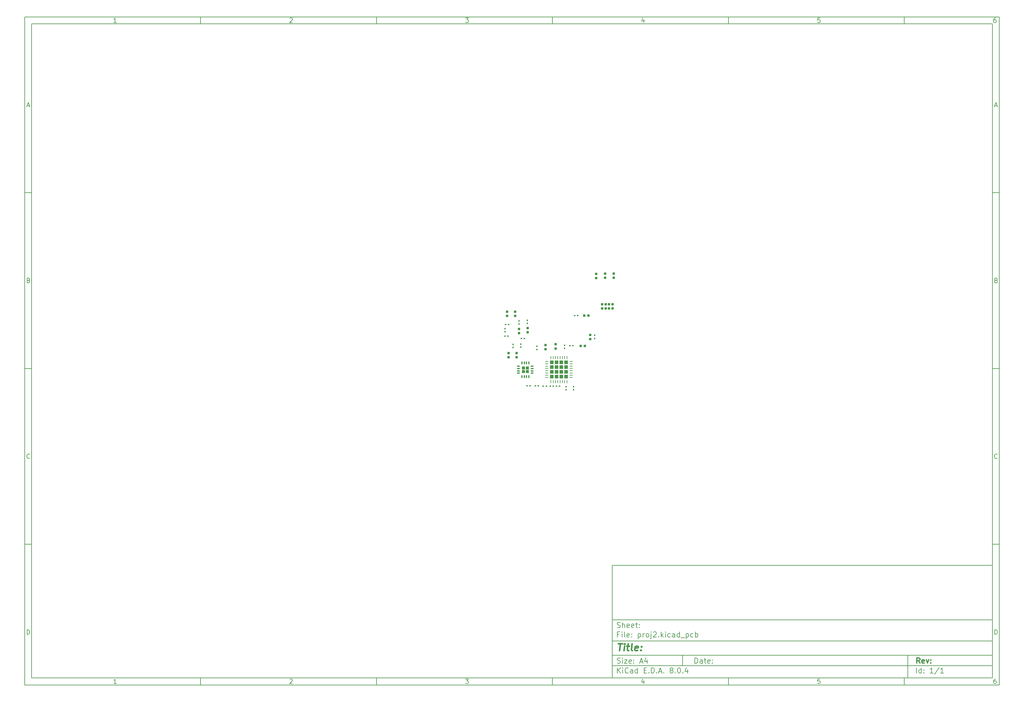
<source format=gbr>
%TF.GenerationSoftware,KiCad,Pcbnew,8.0.4*%
%TF.CreationDate,2024-08-22T11:34:41-04:00*%
%TF.ProjectId,proj2,70726f6a-322e-46b6-9963-61645f706362,rev?*%
%TF.SameCoordinates,Original*%
%TF.FileFunction,Paste,Top*%
%TF.FilePolarity,Positive*%
%FSLAX46Y46*%
G04 Gerber Fmt 4.6, Leading zero omitted, Abs format (unit mm)*
G04 Created by KiCad (PCBNEW 8.0.4) date 2024-08-22 11:34:41*
%MOMM*%
%LPD*%
G01*
G04 APERTURE LIST*
G04 Aperture macros list*
%AMRoundRect*
0 Rectangle with rounded corners*
0 $1 Rounding radius*
0 $2 $3 $4 $5 $6 $7 $8 $9 X,Y pos of 4 corners*
0 Add a 4 corners polygon primitive as box body*
4,1,4,$2,$3,$4,$5,$6,$7,$8,$9,$2,$3,0*
0 Add four circle primitives for the rounded corners*
1,1,$1+$1,$2,$3*
1,1,$1+$1,$4,$5*
1,1,$1+$1,$6,$7*
1,1,$1+$1,$8,$9*
0 Add four rect primitives between the rounded corners*
20,1,$1+$1,$2,$3,$4,$5,0*
20,1,$1+$1,$4,$5,$6,$7,0*
20,1,$1+$1,$6,$7,$8,$9,0*
20,1,$1+$1,$8,$9,$2,$3,0*%
G04 Aperture macros list end*
%ADD10C,0.100000*%
%ADD11C,0.150000*%
%ADD12C,0.300000*%
%ADD13C,0.400000*%
%ADD14RoundRect,0.160000X-0.160000X0.197500X-0.160000X-0.197500X0.160000X-0.197500X0.160000X0.197500X0*%
%ADD15RoundRect,0.160000X-0.197500X-0.160000X0.197500X-0.160000X0.197500X0.160000X-0.197500X0.160000X0*%
%ADD16RoundRect,0.090000X-0.090000X0.139000X-0.090000X-0.139000X0.090000X-0.139000X0.090000X0.139000X0*%
%ADD17RoundRect,0.160000X0.160000X-0.197500X0.160000X0.197500X-0.160000X0.197500X-0.160000X-0.197500X0*%
%ADD18RoundRect,0.090000X-0.139000X-0.090000X0.139000X-0.090000X0.139000X0.090000X-0.139000X0.090000X0*%
%ADD19RoundRect,0.090000X0.139000X0.090000X-0.139000X0.090000X-0.139000X-0.090000X0.139000X-0.090000X0*%
%ADD20RoundRect,0.090000X0.090000X-0.139000X0.090000X0.139000X-0.090000X0.139000X-0.090000X-0.139000X0*%
%ADD21RoundRect,0.250000X-0.295000X-0.295000X0.295000X-0.295000X0.295000X0.295000X-0.295000X0.295000X0*%
%ADD22RoundRect,0.062500X-0.362500X-0.062500X0.362500X-0.062500X0.362500X0.062500X-0.362500X0.062500X0*%
%ADD23RoundRect,0.062500X-0.062500X-0.362500X0.062500X-0.362500X0.062500X0.362500X-0.062500X0.362500X0*%
%ADD24RoundRect,0.227500X0.227500X0.227500X-0.227500X0.227500X-0.227500X-0.227500X0.227500X-0.227500X0*%
%ADD25RoundRect,0.075000X0.350000X0.075000X-0.350000X0.075000X-0.350000X-0.075000X0.350000X-0.075000X0*%
%ADD26RoundRect,0.075000X0.075000X0.350000X-0.075000X0.350000X-0.075000X-0.350000X0.075000X-0.350000X0*%
G04 APERTURE END LIST*
D10*
D11*
X177002200Y-166007200D02*
X285002200Y-166007200D01*
X285002200Y-198007200D01*
X177002200Y-198007200D01*
X177002200Y-166007200D01*
D10*
D11*
X10000000Y-10000000D02*
X287002200Y-10000000D01*
X287002200Y-200007200D01*
X10000000Y-200007200D01*
X10000000Y-10000000D01*
D10*
D11*
X12000000Y-12000000D02*
X285002200Y-12000000D01*
X285002200Y-198007200D01*
X12000000Y-198007200D01*
X12000000Y-12000000D01*
D10*
D11*
X60000000Y-12000000D02*
X60000000Y-10000000D01*
D10*
D11*
X110000000Y-12000000D02*
X110000000Y-10000000D01*
D10*
D11*
X160000000Y-12000000D02*
X160000000Y-10000000D01*
D10*
D11*
X210000000Y-12000000D02*
X210000000Y-10000000D01*
D10*
D11*
X260000000Y-12000000D02*
X260000000Y-10000000D01*
D10*
D11*
X36089160Y-11593604D02*
X35346303Y-11593604D01*
X35717731Y-11593604D02*
X35717731Y-10293604D01*
X35717731Y-10293604D02*
X35593922Y-10479319D01*
X35593922Y-10479319D02*
X35470112Y-10603128D01*
X35470112Y-10603128D02*
X35346303Y-10665033D01*
D10*
D11*
X85346303Y-10417414D02*
X85408207Y-10355509D01*
X85408207Y-10355509D02*
X85532017Y-10293604D01*
X85532017Y-10293604D02*
X85841541Y-10293604D01*
X85841541Y-10293604D02*
X85965350Y-10355509D01*
X85965350Y-10355509D02*
X86027255Y-10417414D01*
X86027255Y-10417414D02*
X86089160Y-10541223D01*
X86089160Y-10541223D02*
X86089160Y-10665033D01*
X86089160Y-10665033D02*
X86027255Y-10850747D01*
X86027255Y-10850747D02*
X85284398Y-11593604D01*
X85284398Y-11593604D02*
X86089160Y-11593604D01*
D10*
D11*
X135284398Y-10293604D02*
X136089160Y-10293604D01*
X136089160Y-10293604D02*
X135655826Y-10788842D01*
X135655826Y-10788842D02*
X135841541Y-10788842D01*
X135841541Y-10788842D02*
X135965350Y-10850747D01*
X135965350Y-10850747D02*
X136027255Y-10912652D01*
X136027255Y-10912652D02*
X136089160Y-11036461D01*
X136089160Y-11036461D02*
X136089160Y-11345985D01*
X136089160Y-11345985D02*
X136027255Y-11469795D01*
X136027255Y-11469795D02*
X135965350Y-11531700D01*
X135965350Y-11531700D02*
X135841541Y-11593604D01*
X135841541Y-11593604D02*
X135470112Y-11593604D01*
X135470112Y-11593604D02*
X135346303Y-11531700D01*
X135346303Y-11531700D02*
X135284398Y-11469795D01*
D10*
D11*
X185965350Y-10726938D02*
X185965350Y-11593604D01*
X185655826Y-10231700D02*
X185346303Y-11160271D01*
X185346303Y-11160271D02*
X186151064Y-11160271D01*
D10*
D11*
X236027255Y-10293604D02*
X235408207Y-10293604D01*
X235408207Y-10293604D02*
X235346303Y-10912652D01*
X235346303Y-10912652D02*
X235408207Y-10850747D01*
X235408207Y-10850747D02*
X235532017Y-10788842D01*
X235532017Y-10788842D02*
X235841541Y-10788842D01*
X235841541Y-10788842D02*
X235965350Y-10850747D01*
X235965350Y-10850747D02*
X236027255Y-10912652D01*
X236027255Y-10912652D02*
X236089160Y-11036461D01*
X236089160Y-11036461D02*
X236089160Y-11345985D01*
X236089160Y-11345985D02*
X236027255Y-11469795D01*
X236027255Y-11469795D02*
X235965350Y-11531700D01*
X235965350Y-11531700D02*
X235841541Y-11593604D01*
X235841541Y-11593604D02*
X235532017Y-11593604D01*
X235532017Y-11593604D02*
X235408207Y-11531700D01*
X235408207Y-11531700D02*
X235346303Y-11469795D01*
D10*
D11*
X285965350Y-10293604D02*
X285717731Y-10293604D01*
X285717731Y-10293604D02*
X285593922Y-10355509D01*
X285593922Y-10355509D02*
X285532017Y-10417414D01*
X285532017Y-10417414D02*
X285408207Y-10603128D01*
X285408207Y-10603128D02*
X285346303Y-10850747D01*
X285346303Y-10850747D02*
X285346303Y-11345985D01*
X285346303Y-11345985D02*
X285408207Y-11469795D01*
X285408207Y-11469795D02*
X285470112Y-11531700D01*
X285470112Y-11531700D02*
X285593922Y-11593604D01*
X285593922Y-11593604D02*
X285841541Y-11593604D01*
X285841541Y-11593604D02*
X285965350Y-11531700D01*
X285965350Y-11531700D02*
X286027255Y-11469795D01*
X286027255Y-11469795D02*
X286089160Y-11345985D01*
X286089160Y-11345985D02*
X286089160Y-11036461D01*
X286089160Y-11036461D02*
X286027255Y-10912652D01*
X286027255Y-10912652D02*
X285965350Y-10850747D01*
X285965350Y-10850747D02*
X285841541Y-10788842D01*
X285841541Y-10788842D02*
X285593922Y-10788842D01*
X285593922Y-10788842D02*
X285470112Y-10850747D01*
X285470112Y-10850747D02*
X285408207Y-10912652D01*
X285408207Y-10912652D02*
X285346303Y-11036461D01*
D10*
D11*
X60000000Y-198007200D02*
X60000000Y-200007200D01*
D10*
D11*
X110000000Y-198007200D02*
X110000000Y-200007200D01*
D10*
D11*
X160000000Y-198007200D02*
X160000000Y-200007200D01*
D10*
D11*
X210000000Y-198007200D02*
X210000000Y-200007200D01*
D10*
D11*
X260000000Y-198007200D02*
X260000000Y-200007200D01*
D10*
D11*
X36089160Y-199600804D02*
X35346303Y-199600804D01*
X35717731Y-199600804D02*
X35717731Y-198300804D01*
X35717731Y-198300804D02*
X35593922Y-198486519D01*
X35593922Y-198486519D02*
X35470112Y-198610328D01*
X35470112Y-198610328D02*
X35346303Y-198672233D01*
D10*
D11*
X85346303Y-198424614D02*
X85408207Y-198362709D01*
X85408207Y-198362709D02*
X85532017Y-198300804D01*
X85532017Y-198300804D02*
X85841541Y-198300804D01*
X85841541Y-198300804D02*
X85965350Y-198362709D01*
X85965350Y-198362709D02*
X86027255Y-198424614D01*
X86027255Y-198424614D02*
X86089160Y-198548423D01*
X86089160Y-198548423D02*
X86089160Y-198672233D01*
X86089160Y-198672233D02*
X86027255Y-198857947D01*
X86027255Y-198857947D02*
X85284398Y-199600804D01*
X85284398Y-199600804D02*
X86089160Y-199600804D01*
D10*
D11*
X135284398Y-198300804D02*
X136089160Y-198300804D01*
X136089160Y-198300804D02*
X135655826Y-198796042D01*
X135655826Y-198796042D02*
X135841541Y-198796042D01*
X135841541Y-198796042D02*
X135965350Y-198857947D01*
X135965350Y-198857947D02*
X136027255Y-198919852D01*
X136027255Y-198919852D02*
X136089160Y-199043661D01*
X136089160Y-199043661D02*
X136089160Y-199353185D01*
X136089160Y-199353185D02*
X136027255Y-199476995D01*
X136027255Y-199476995D02*
X135965350Y-199538900D01*
X135965350Y-199538900D02*
X135841541Y-199600804D01*
X135841541Y-199600804D02*
X135470112Y-199600804D01*
X135470112Y-199600804D02*
X135346303Y-199538900D01*
X135346303Y-199538900D02*
X135284398Y-199476995D01*
D10*
D11*
X185965350Y-198734138D02*
X185965350Y-199600804D01*
X185655826Y-198238900D02*
X185346303Y-199167471D01*
X185346303Y-199167471D02*
X186151064Y-199167471D01*
D10*
D11*
X236027255Y-198300804D02*
X235408207Y-198300804D01*
X235408207Y-198300804D02*
X235346303Y-198919852D01*
X235346303Y-198919852D02*
X235408207Y-198857947D01*
X235408207Y-198857947D02*
X235532017Y-198796042D01*
X235532017Y-198796042D02*
X235841541Y-198796042D01*
X235841541Y-198796042D02*
X235965350Y-198857947D01*
X235965350Y-198857947D02*
X236027255Y-198919852D01*
X236027255Y-198919852D02*
X236089160Y-199043661D01*
X236089160Y-199043661D02*
X236089160Y-199353185D01*
X236089160Y-199353185D02*
X236027255Y-199476995D01*
X236027255Y-199476995D02*
X235965350Y-199538900D01*
X235965350Y-199538900D02*
X235841541Y-199600804D01*
X235841541Y-199600804D02*
X235532017Y-199600804D01*
X235532017Y-199600804D02*
X235408207Y-199538900D01*
X235408207Y-199538900D02*
X235346303Y-199476995D01*
D10*
D11*
X285965350Y-198300804D02*
X285717731Y-198300804D01*
X285717731Y-198300804D02*
X285593922Y-198362709D01*
X285593922Y-198362709D02*
X285532017Y-198424614D01*
X285532017Y-198424614D02*
X285408207Y-198610328D01*
X285408207Y-198610328D02*
X285346303Y-198857947D01*
X285346303Y-198857947D02*
X285346303Y-199353185D01*
X285346303Y-199353185D02*
X285408207Y-199476995D01*
X285408207Y-199476995D02*
X285470112Y-199538900D01*
X285470112Y-199538900D02*
X285593922Y-199600804D01*
X285593922Y-199600804D02*
X285841541Y-199600804D01*
X285841541Y-199600804D02*
X285965350Y-199538900D01*
X285965350Y-199538900D02*
X286027255Y-199476995D01*
X286027255Y-199476995D02*
X286089160Y-199353185D01*
X286089160Y-199353185D02*
X286089160Y-199043661D01*
X286089160Y-199043661D02*
X286027255Y-198919852D01*
X286027255Y-198919852D02*
X285965350Y-198857947D01*
X285965350Y-198857947D02*
X285841541Y-198796042D01*
X285841541Y-198796042D02*
X285593922Y-198796042D01*
X285593922Y-198796042D02*
X285470112Y-198857947D01*
X285470112Y-198857947D02*
X285408207Y-198919852D01*
X285408207Y-198919852D02*
X285346303Y-199043661D01*
D10*
D11*
X10000000Y-60000000D02*
X12000000Y-60000000D01*
D10*
D11*
X10000000Y-110000000D02*
X12000000Y-110000000D01*
D10*
D11*
X10000000Y-160000000D02*
X12000000Y-160000000D01*
D10*
D11*
X10690476Y-35222176D02*
X11309523Y-35222176D01*
X10566666Y-35593604D02*
X10999999Y-34293604D01*
X10999999Y-34293604D02*
X11433333Y-35593604D01*
D10*
D11*
X11092857Y-84912652D02*
X11278571Y-84974557D01*
X11278571Y-84974557D02*
X11340476Y-85036461D01*
X11340476Y-85036461D02*
X11402380Y-85160271D01*
X11402380Y-85160271D02*
X11402380Y-85345985D01*
X11402380Y-85345985D02*
X11340476Y-85469795D01*
X11340476Y-85469795D02*
X11278571Y-85531700D01*
X11278571Y-85531700D02*
X11154761Y-85593604D01*
X11154761Y-85593604D02*
X10659523Y-85593604D01*
X10659523Y-85593604D02*
X10659523Y-84293604D01*
X10659523Y-84293604D02*
X11092857Y-84293604D01*
X11092857Y-84293604D02*
X11216666Y-84355509D01*
X11216666Y-84355509D02*
X11278571Y-84417414D01*
X11278571Y-84417414D02*
X11340476Y-84541223D01*
X11340476Y-84541223D02*
X11340476Y-84665033D01*
X11340476Y-84665033D02*
X11278571Y-84788842D01*
X11278571Y-84788842D02*
X11216666Y-84850747D01*
X11216666Y-84850747D02*
X11092857Y-84912652D01*
X11092857Y-84912652D02*
X10659523Y-84912652D01*
D10*
D11*
X11402380Y-135469795D02*
X11340476Y-135531700D01*
X11340476Y-135531700D02*
X11154761Y-135593604D01*
X11154761Y-135593604D02*
X11030952Y-135593604D01*
X11030952Y-135593604D02*
X10845238Y-135531700D01*
X10845238Y-135531700D02*
X10721428Y-135407890D01*
X10721428Y-135407890D02*
X10659523Y-135284080D01*
X10659523Y-135284080D02*
X10597619Y-135036461D01*
X10597619Y-135036461D02*
X10597619Y-134850747D01*
X10597619Y-134850747D02*
X10659523Y-134603128D01*
X10659523Y-134603128D02*
X10721428Y-134479319D01*
X10721428Y-134479319D02*
X10845238Y-134355509D01*
X10845238Y-134355509D02*
X11030952Y-134293604D01*
X11030952Y-134293604D02*
X11154761Y-134293604D01*
X11154761Y-134293604D02*
X11340476Y-134355509D01*
X11340476Y-134355509D02*
X11402380Y-134417414D01*
D10*
D11*
X10659523Y-185593604D02*
X10659523Y-184293604D01*
X10659523Y-184293604D02*
X10969047Y-184293604D01*
X10969047Y-184293604D02*
X11154761Y-184355509D01*
X11154761Y-184355509D02*
X11278571Y-184479319D01*
X11278571Y-184479319D02*
X11340476Y-184603128D01*
X11340476Y-184603128D02*
X11402380Y-184850747D01*
X11402380Y-184850747D02*
X11402380Y-185036461D01*
X11402380Y-185036461D02*
X11340476Y-185284080D01*
X11340476Y-185284080D02*
X11278571Y-185407890D01*
X11278571Y-185407890D02*
X11154761Y-185531700D01*
X11154761Y-185531700D02*
X10969047Y-185593604D01*
X10969047Y-185593604D02*
X10659523Y-185593604D01*
D10*
D11*
X287002200Y-60000000D02*
X285002200Y-60000000D01*
D10*
D11*
X287002200Y-110000000D02*
X285002200Y-110000000D01*
D10*
D11*
X287002200Y-160000000D02*
X285002200Y-160000000D01*
D10*
D11*
X285692676Y-35222176D02*
X286311723Y-35222176D01*
X285568866Y-35593604D02*
X286002199Y-34293604D01*
X286002199Y-34293604D02*
X286435533Y-35593604D01*
D10*
D11*
X286095057Y-84912652D02*
X286280771Y-84974557D01*
X286280771Y-84974557D02*
X286342676Y-85036461D01*
X286342676Y-85036461D02*
X286404580Y-85160271D01*
X286404580Y-85160271D02*
X286404580Y-85345985D01*
X286404580Y-85345985D02*
X286342676Y-85469795D01*
X286342676Y-85469795D02*
X286280771Y-85531700D01*
X286280771Y-85531700D02*
X286156961Y-85593604D01*
X286156961Y-85593604D02*
X285661723Y-85593604D01*
X285661723Y-85593604D02*
X285661723Y-84293604D01*
X285661723Y-84293604D02*
X286095057Y-84293604D01*
X286095057Y-84293604D02*
X286218866Y-84355509D01*
X286218866Y-84355509D02*
X286280771Y-84417414D01*
X286280771Y-84417414D02*
X286342676Y-84541223D01*
X286342676Y-84541223D02*
X286342676Y-84665033D01*
X286342676Y-84665033D02*
X286280771Y-84788842D01*
X286280771Y-84788842D02*
X286218866Y-84850747D01*
X286218866Y-84850747D02*
X286095057Y-84912652D01*
X286095057Y-84912652D02*
X285661723Y-84912652D01*
D10*
D11*
X286404580Y-135469795D02*
X286342676Y-135531700D01*
X286342676Y-135531700D02*
X286156961Y-135593604D01*
X286156961Y-135593604D02*
X286033152Y-135593604D01*
X286033152Y-135593604D02*
X285847438Y-135531700D01*
X285847438Y-135531700D02*
X285723628Y-135407890D01*
X285723628Y-135407890D02*
X285661723Y-135284080D01*
X285661723Y-135284080D02*
X285599819Y-135036461D01*
X285599819Y-135036461D02*
X285599819Y-134850747D01*
X285599819Y-134850747D02*
X285661723Y-134603128D01*
X285661723Y-134603128D02*
X285723628Y-134479319D01*
X285723628Y-134479319D02*
X285847438Y-134355509D01*
X285847438Y-134355509D02*
X286033152Y-134293604D01*
X286033152Y-134293604D02*
X286156961Y-134293604D01*
X286156961Y-134293604D02*
X286342676Y-134355509D01*
X286342676Y-134355509D02*
X286404580Y-134417414D01*
D10*
D11*
X285661723Y-185593604D02*
X285661723Y-184293604D01*
X285661723Y-184293604D02*
X285971247Y-184293604D01*
X285971247Y-184293604D02*
X286156961Y-184355509D01*
X286156961Y-184355509D02*
X286280771Y-184479319D01*
X286280771Y-184479319D02*
X286342676Y-184603128D01*
X286342676Y-184603128D02*
X286404580Y-184850747D01*
X286404580Y-184850747D02*
X286404580Y-185036461D01*
X286404580Y-185036461D02*
X286342676Y-185284080D01*
X286342676Y-185284080D02*
X286280771Y-185407890D01*
X286280771Y-185407890D02*
X286156961Y-185531700D01*
X286156961Y-185531700D02*
X285971247Y-185593604D01*
X285971247Y-185593604D02*
X285661723Y-185593604D01*
D10*
D11*
X200458026Y-193793328D02*
X200458026Y-192293328D01*
X200458026Y-192293328D02*
X200815169Y-192293328D01*
X200815169Y-192293328D02*
X201029455Y-192364757D01*
X201029455Y-192364757D02*
X201172312Y-192507614D01*
X201172312Y-192507614D02*
X201243741Y-192650471D01*
X201243741Y-192650471D02*
X201315169Y-192936185D01*
X201315169Y-192936185D02*
X201315169Y-193150471D01*
X201315169Y-193150471D02*
X201243741Y-193436185D01*
X201243741Y-193436185D02*
X201172312Y-193579042D01*
X201172312Y-193579042D02*
X201029455Y-193721900D01*
X201029455Y-193721900D02*
X200815169Y-193793328D01*
X200815169Y-193793328D02*
X200458026Y-193793328D01*
X202600884Y-193793328D02*
X202600884Y-193007614D01*
X202600884Y-193007614D02*
X202529455Y-192864757D01*
X202529455Y-192864757D02*
X202386598Y-192793328D01*
X202386598Y-192793328D02*
X202100884Y-192793328D01*
X202100884Y-192793328D02*
X201958026Y-192864757D01*
X202600884Y-193721900D02*
X202458026Y-193793328D01*
X202458026Y-193793328D02*
X202100884Y-193793328D01*
X202100884Y-193793328D02*
X201958026Y-193721900D01*
X201958026Y-193721900D02*
X201886598Y-193579042D01*
X201886598Y-193579042D02*
X201886598Y-193436185D01*
X201886598Y-193436185D02*
X201958026Y-193293328D01*
X201958026Y-193293328D02*
X202100884Y-193221900D01*
X202100884Y-193221900D02*
X202458026Y-193221900D01*
X202458026Y-193221900D02*
X202600884Y-193150471D01*
X203100884Y-192793328D02*
X203672312Y-192793328D01*
X203315169Y-192293328D02*
X203315169Y-193579042D01*
X203315169Y-193579042D02*
X203386598Y-193721900D01*
X203386598Y-193721900D02*
X203529455Y-193793328D01*
X203529455Y-193793328D02*
X203672312Y-193793328D01*
X204743741Y-193721900D02*
X204600884Y-193793328D01*
X204600884Y-193793328D02*
X204315170Y-193793328D01*
X204315170Y-193793328D02*
X204172312Y-193721900D01*
X204172312Y-193721900D02*
X204100884Y-193579042D01*
X204100884Y-193579042D02*
X204100884Y-193007614D01*
X204100884Y-193007614D02*
X204172312Y-192864757D01*
X204172312Y-192864757D02*
X204315170Y-192793328D01*
X204315170Y-192793328D02*
X204600884Y-192793328D01*
X204600884Y-192793328D02*
X204743741Y-192864757D01*
X204743741Y-192864757D02*
X204815170Y-193007614D01*
X204815170Y-193007614D02*
X204815170Y-193150471D01*
X204815170Y-193150471D02*
X204100884Y-193293328D01*
X205458026Y-193650471D02*
X205529455Y-193721900D01*
X205529455Y-193721900D02*
X205458026Y-193793328D01*
X205458026Y-193793328D02*
X205386598Y-193721900D01*
X205386598Y-193721900D02*
X205458026Y-193650471D01*
X205458026Y-193650471D02*
X205458026Y-193793328D01*
X205458026Y-192864757D02*
X205529455Y-192936185D01*
X205529455Y-192936185D02*
X205458026Y-193007614D01*
X205458026Y-193007614D02*
X205386598Y-192936185D01*
X205386598Y-192936185D02*
X205458026Y-192864757D01*
X205458026Y-192864757D02*
X205458026Y-193007614D01*
D10*
D11*
X177002200Y-194507200D02*
X285002200Y-194507200D01*
D10*
D11*
X178458026Y-196593328D02*
X178458026Y-195093328D01*
X179315169Y-196593328D02*
X178672312Y-195736185D01*
X179315169Y-195093328D02*
X178458026Y-195950471D01*
X179958026Y-196593328D02*
X179958026Y-195593328D01*
X179958026Y-195093328D02*
X179886598Y-195164757D01*
X179886598Y-195164757D02*
X179958026Y-195236185D01*
X179958026Y-195236185D02*
X180029455Y-195164757D01*
X180029455Y-195164757D02*
X179958026Y-195093328D01*
X179958026Y-195093328D02*
X179958026Y-195236185D01*
X181529455Y-196450471D02*
X181458027Y-196521900D01*
X181458027Y-196521900D02*
X181243741Y-196593328D01*
X181243741Y-196593328D02*
X181100884Y-196593328D01*
X181100884Y-196593328D02*
X180886598Y-196521900D01*
X180886598Y-196521900D02*
X180743741Y-196379042D01*
X180743741Y-196379042D02*
X180672312Y-196236185D01*
X180672312Y-196236185D02*
X180600884Y-195950471D01*
X180600884Y-195950471D02*
X180600884Y-195736185D01*
X180600884Y-195736185D02*
X180672312Y-195450471D01*
X180672312Y-195450471D02*
X180743741Y-195307614D01*
X180743741Y-195307614D02*
X180886598Y-195164757D01*
X180886598Y-195164757D02*
X181100884Y-195093328D01*
X181100884Y-195093328D02*
X181243741Y-195093328D01*
X181243741Y-195093328D02*
X181458027Y-195164757D01*
X181458027Y-195164757D02*
X181529455Y-195236185D01*
X182815170Y-196593328D02*
X182815170Y-195807614D01*
X182815170Y-195807614D02*
X182743741Y-195664757D01*
X182743741Y-195664757D02*
X182600884Y-195593328D01*
X182600884Y-195593328D02*
X182315170Y-195593328D01*
X182315170Y-195593328D02*
X182172312Y-195664757D01*
X182815170Y-196521900D02*
X182672312Y-196593328D01*
X182672312Y-196593328D02*
X182315170Y-196593328D01*
X182315170Y-196593328D02*
X182172312Y-196521900D01*
X182172312Y-196521900D02*
X182100884Y-196379042D01*
X182100884Y-196379042D02*
X182100884Y-196236185D01*
X182100884Y-196236185D02*
X182172312Y-196093328D01*
X182172312Y-196093328D02*
X182315170Y-196021900D01*
X182315170Y-196021900D02*
X182672312Y-196021900D01*
X182672312Y-196021900D02*
X182815170Y-195950471D01*
X184172313Y-196593328D02*
X184172313Y-195093328D01*
X184172313Y-196521900D02*
X184029455Y-196593328D01*
X184029455Y-196593328D02*
X183743741Y-196593328D01*
X183743741Y-196593328D02*
X183600884Y-196521900D01*
X183600884Y-196521900D02*
X183529455Y-196450471D01*
X183529455Y-196450471D02*
X183458027Y-196307614D01*
X183458027Y-196307614D02*
X183458027Y-195879042D01*
X183458027Y-195879042D02*
X183529455Y-195736185D01*
X183529455Y-195736185D02*
X183600884Y-195664757D01*
X183600884Y-195664757D02*
X183743741Y-195593328D01*
X183743741Y-195593328D02*
X184029455Y-195593328D01*
X184029455Y-195593328D02*
X184172313Y-195664757D01*
X186029455Y-195807614D02*
X186529455Y-195807614D01*
X186743741Y-196593328D02*
X186029455Y-196593328D01*
X186029455Y-196593328D02*
X186029455Y-195093328D01*
X186029455Y-195093328D02*
X186743741Y-195093328D01*
X187386598Y-196450471D02*
X187458027Y-196521900D01*
X187458027Y-196521900D02*
X187386598Y-196593328D01*
X187386598Y-196593328D02*
X187315170Y-196521900D01*
X187315170Y-196521900D02*
X187386598Y-196450471D01*
X187386598Y-196450471D02*
X187386598Y-196593328D01*
X188100884Y-196593328D02*
X188100884Y-195093328D01*
X188100884Y-195093328D02*
X188458027Y-195093328D01*
X188458027Y-195093328D02*
X188672313Y-195164757D01*
X188672313Y-195164757D02*
X188815170Y-195307614D01*
X188815170Y-195307614D02*
X188886599Y-195450471D01*
X188886599Y-195450471D02*
X188958027Y-195736185D01*
X188958027Y-195736185D02*
X188958027Y-195950471D01*
X188958027Y-195950471D02*
X188886599Y-196236185D01*
X188886599Y-196236185D02*
X188815170Y-196379042D01*
X188815170Y-196379042D02*
X188672313Y-196521900D01*
X188672313Y-196521900D02*
X188458027Y-196593328D01*
X188458027Y-196593328D02*
X188100884Y-196593328D01*
X189600884Y-196450471D02*
X189672313Y-196521900D01*
X189672313Y-196521900D02*
X189600884Y-196593328D01*
X189600884Y-196593328D02*
X189529456Y-196521900D01*
X189529456Y-196521900D02*
X189600884Y-196450471D01*
X189600884Y-196450471D02*
X189600884Y-196593328D01*
X190243742Y-196164757D02*
X190958028Y-196164757D01*
X190100885Y-196593328D02*
X190600885Y-195093328D01*
X190600885Y-195093328D02*
X191100885Y-196593328D01*
X191600884Y-196450471D02*
X191672313Y-196521900D01*
X191672313Y-196521900D02*
X191600884Y-196593328D01*
X191600884Y-196593328D02*
X191529456Y-196521900D01*
X191529456Y-196521900D02*
X191600884Y-196450471D01*
X191600884Y-196450471D02*
X191600884Y-196593328D01*
X193672313Y-195736185D02*
X193529456Y-195664757D01*
X193529456Y-195664757D02*
X193458027Y-195593328D01*
X193458027Y-195593328D02*
X193386599Y-195450471D01*
X193386599Y-195450471D02*
X193386599Y-195379042D01*
X193386599Y-195379042D02*
X193458027Y-195236185D01*
X193458027Y-195236185D02*
X193529456Y-195164757D01*
X193529456Y-195164757D02*
X193672313Y-195093328D01*
X193672313Y-195093328D02*
X193958027Y-195093328D01*
X193958027Y-195093328D02*
X194100885Y-195164757D01*
X194100885Y-195164757D02*
X194172313Y-195236185D01*
X194172313Y-195236185D02*
X194243742Y-195379042D01*
X194243742Y-195379042D02*
X194243742Y-195450471D01*
X194243742Y-195450471D02*
X194172313Y-195593328D01*
X194172313Y-195593328D02*
X194100885Y-195664757D01*
X194100885Y-195664757D02*
X193958027Y-195736185D01*
X193958027Y-195736185D02*
X193672313Y-195736185D01*
X193672313Y-195736185D02*
X193529456Y-195807614D01*
X193529456Y-195807614D02*
X193458027Y-195879042D01*
X193458027Y-195879042D02*
X193386599Y-196021900D01*
X193386599Y-196021900D02*
X193386599Y-196307614D01*
X193386599Y-196307614D02*
X193458027Y-196450471D01*
X193458027Y-196450471D02*
X193529456Y-196521900D01*
X193529456Y-196521900D02*
X193672313Y-196593328D01*
X193672313Y-196593328D02*
X193958027Y-196593328D01*
X193958027Y-196593328D02*
X194100885Y-196521900D01*
X194100885Y-196521900D02*
X194172313Y-196450471D01*
X194172313Y-196450471D02*
X194243742Y-196307614D01*
X194243742Y-196307614D02*
X194243742Y-196021900D01*
X194243742Y-196021900D02*
X194172313Y-195879042D01*
X194172313Y-195879042D02*
X194100885Y-195807614D01*
X194100885Y-195807614D02*
X193958027Y-195736185D01*
X194886598Y-196450471D02*
X194958027Y-196521900D01*
X194958027Y-196521900D02*
X194886598Y-196593328D01*
X194886598Y-196593328D02*
X194815170Y-196521900D01*
X194815170Y-196521900D02*
X194886598Y-196450471D01*
X194886598Y-196450471D02*
X194886598Y-196593328D01*
X195886599Y-195093328D02*
X196029456Y-195093328D01*
X196029456Y-195093328D02*
X196172313Y-195164757D01*
X196172313Y-195164757D02*
X196243742Y-195236185D01*
X196243742Y-195236185D02*
X196315170Y-195379042D01*
X196315170Y-195379042D02*
X196386599Y-195664757D01*
X196386599Y-195664757D02*
X196386599Y-196021900D01*
X196386599Y-196021900D02*
X196315170Y-196307614D01*
X196315170Y-196307614D02*
X196243742Y-196450471D01*
X196243742Y-196450471D02*
X196172313Y-196521900D01*
X196172313Y-196521900D02*
X196029456Y-196593328D01*
X196029456Y-196593328D02*
X195886599Y-196593328D01*
X195886599Y-196593328D02*
X195743742Y-196521900D01*
X195743742Y-196521900D02*
X195672313Y-196450471D01*
X195672313Y-196450471D02*
X195600884Y-196307614D01*
X195600884Y-196307614D02*
X195529456Y-196021900D01*
X195529456Y-196021900D02*
X195529456Y-195664757D01*
X195529456Y-195664757D02*
X195600884Y-195379042D01*
X195600884Y-195379042D02*
X195672313Y-195236185D01*
X195672313Y-195236185D02*
X195743742Y-195164757D01*
X195743742Y-195164757D02*
X195886599Y-195093328D01*
X197029455Y-196450471D02*
X197100884Y-196521900D01*
X197100884Y-196521900D02*
X197029455Y-196593328D01*
X197029455Y-196593328D02*
X196958027Y-196521900D01*
X196958027Y-196521900D02*
X197029455Y-196450471D01*
X197029455Y-196450471D02*
X197029455Y-196593328D01*
X198386599Y-195593328D02*
X198386599Y-196593328D01*
X198029456Y-195021900D02*
X197672313Y-196093328D01*
X197672313Y-196093328D02*
X198600884Y-196093328D01*
D10*
D11*
X177002200Y-191507200D02*
X285002200Y-191507200D01*
D10*
D12*
X264413853Y-193785528D02*
X263913853Y-193071242D01*
X263556710Y-193785528D02*
X263556710Y-192285528D01*
X263556710Y-192285528D02*
X264128139Y-192285528D01*
X264128139Y-192285528D02*
X264270996Y-192356957D01*
X264270996Y-192356957D02*
X264342425Y-192428385D01*
X264342425Y-192428385D02*
X264413853Y-192571242D01*
X264413853Y-192571242D02*
X264413853Y-192785528D01*
X264413853Y-192785528D02*
X264342425Y-192928385D01*
X264342425Y-192928385D02*
X264270996Y-192999814D01*
X264270996Y-192999814D02*
X264128139Y-193071242D01*
X264128139Y-193071242D02*
X263556710Y-193071242D01*
X265628139Y-193714100D02*
X265485282Y-193785528D01*
X265485282Y-193785528D02*
X265199568Y-193785528D01*
X265199568Y-193785528D02*
X265056710Y-193714100D01*
X265056710Y-193714100D02*
X264985282Y-193571242D01*
X264985282Y-193571242D02*
X264985282Y-192999814D01*
X264985282Y-192999814D02*
X265056710Y-192856957D01*
X265056710Y-192856957D02*
X265199568Y-192785528D01*
X265199568Y-192785528D02*
X265485282Y-192785528D01*
X265485282Y-192785528D02*
X265628139Y-192856957D01*
X265628139Y-192856957D02*
X265699568Y-192999814D01*
X265699568Y-192999814D02*
X265699568Y-193142671D01*
X265699568Y-193142671D02*
X264985282Y-193285528D01*
X266199567Y-192785528D02*
X266556710Y-193785528D01*
X266556710Y-193785528D02*
X266913853Y-192785528D01*
X267485281Y-193642671D02*
X267556710Y-193714100D01*
X267556710Y-193714100D02*
X267485281Y-193785528D01*
X267485281Y-193785528D02*
X267413853Y-193714100D01*
X267413853Y-193714100D02*
X267485281Y-193642671D01*
X267485281Y-193642671D02*
X267485281Y-193785528D01*
X267485281Y-192856957D02*
X267556710Y-192928385D01*
X267556710Y-192928385D02*
X267485281Y-192999814D01*
X267485281Y-192999814D02*
X267413853Y-192928385D01*
X267413853Y-192928385D02*
X267485281Y-192856957D01*
X267485281Y-192856957D02*
X267485281Y-192999814D01*
D10*
D11*
X178386598Y-193721900D02*
X178600884Y-193793328D01*
X178600884Y-193793328D02*
X178958026Y-193793328D01*
X178958026Y-193793328D02*
X179100884Y-193721900D01*
X179100884Y-193721900D02*
X179172312Y-193650471D01*
X179172312Y-193650471D02*
X179243741Y-193507614D01*
X179243741Y-193507614D02*
X179243741Y-193364757D01*
X179243741Y-193364757D02*
X179172312Y-193221900D01*
X179172312Y-193221900D02*
X179100884Y-193150471D01*
X179100884Y-193150471D02*
X178958026Y-193079042D01*
X178958026Y-193079042D02*
X178672312Y-193007614D01*
X178672312Y-193007614D02*
X178529455Y-192936185D01*
X178529455Y-192936185D02*
X178458026Y-192864757D01*
X178458026Y-192864757D02*
X178386598Y-192721900D01*
X178386598Y-192721900D02*
X178386598Y-192579042D01*
X178386598Y-192579042D02*
X178458026Y-192436185D01*
X178458026Y-192436185D02*
X178529455Y-192364757D01*
X178529455Y-192364757D02*
X178672312Y-192293328D01*
X178672312Y-192293328D02*
X179029455Y-192293328D01*
X179029455Y-192293328D02*
X179243741Y-192364757D01*
X179886597Y-193793328D02*
X179886597Y-192793328D01*
X179886597Y-192293328D02*
X179815169Y-192364757D01*
X179815169Y-192364757D02*
X179886597Y-192436185D01*
X179886597Y-192436185D02*
X179958026Y-192364757D01*
X179958026Y-192364757D02*
X179886597Y-192293328D01*
X179886597Y-192293328D02*
X179886597Y-192436185D01*
X180458026Y-192793328D02*
X181243741Y-192793328D01*
X181243741Y-192793328D02*
X180458026Y-193793328D01*
X180458026Y-193793328D02*
X181243741Y-193793328D01*
X182386598Y-193721900D02*
X182243741Y-193793328D01*
X182243741Y-193793328D02*
X181958027Y-193793328D01*
X181958027Y-193793328D02*
X181815169Y-193721900D01*
X181815169Y-193721900D02*
X181743741Y-193579042D01*
X181743741Y-193579042D02*
X181743741Y-193007614D01*
X181743741Y-193007614D02*
X181815169Y-192864757D01*
X181815169Y-192864757D02*
X181958027Y-192793328D01*
X181958027Y-192793328D02*
X182243741Y-192793328D01*
X182243741Y-192793328D02*
X182386598Y-192864757D01*
X182386598Y-192864757D02*
X182458027Y-193007614D01*
X182458027Y-193007614D02*
X182458027Y-193150471D01*
X182458027Y-193150471D02*
X181743741Y-193293328D01*
X183100883Y-193650471D02*
X183172312Y-193721900D01*
X183172312Y-193721900D02*
X183100883Y-193793328D01*
X183100883Y-193793328D02*
X183029455Y-193721900D01*
X183029455Y-193721900D02*
X183100883Y-193650471D01*
X183100883Y-193650471D02*
X183100883Y-193793328D01*
X183100883Y-192864757D02*
X183172312Y-192936185D01*
X183172312Y-192936185D02*
X183100883Y-193007614D01*
X183100883Y-193007614D02*
X183029455Y-192936185D01*
X183029455Y-192936185D02*
X183100883Y-192864757D01*
X183100883Y-192864757D02*
X183100883Y-193007614D01*
X184886598Y-193364757D02*
X185600884Y-193364757D01*
X184743741Y-193793328D02*
X185243741Y-192293328D01*
X185243741Y-192293328D02*
X185743741Y-193793328D01*
X186886598Y-192793328D02*
X186886598Y-193793328D01*
X186529455Y-192221900D02*
X186172312Y-193293328D01*
X186172312Y-193293328D02*
X187100883Y-193293328D01*
D10*
D11*
X263458026Y-196593328D02*
X263458026Y-195093328D01*
X264815170Y-196593328D02*
X264815170Y-195093328D01*
X264815170Y-196521900D02*
X264672312Y-196593328D01*
X264672312Y-196593328D02*
X264386598Y-196593328D01*
X264386598Y-196593328D02*
X264243741Y-196521900D01*
X264243741Y-196521900D02*
X264172312Y-196450471D01*
X264172312Y-196450471D02*
X264100884Y-196307614D01*
X264100884Y-196307614D02*
X264100884Y-195879042D01*
X264100884Y-195879042D02*
X264172312Y-195736185D01*
X264172312Y-195736185D02*
X264243741Y-195664757D01*
X264243741Y-195664757D02*
X264386598Y-195593328D01*
X264386598Y-195593328D02*
X264672312Y-195593328D01*
X264672312Y-195593328D02*
X264815170Y-195664757D01*
X265529455Y-196450471D02*
X265600884Y-196521900D01*
X265600884Y-196521900D02*
X265529455Y-196593328D01*
X265529455Y-196593328D02*
X265458027Y-196521900D01*
X265458027Y-196521900D02*
X265529455Y-196450471D01*
X265529455Y-196450471D02*
X265529455Y-196593328D01*
X265529455Y-195664757D02*
X265600884Y-195736185D01*
X265600884Y-195736185D02*
X265529455Y-195807614D01*
X265529455Y-195807614D02*
X265458027Y-195736185D01*
X265458027Y-195736185D02*
X265529455Y-195664757D01*
X265529455Y-195664757D02*
X265529455Y-195807614D01*
X268172313Y-196593328D02*
X267315170Y-196593328D01*
X267743741Y-196593328D02*
X267743741Y-195093328D01*
X267743741Y-195093328D02*
X267600884Y-195307614D01*
X267600884Y-195307614D02*
X267458027Y-195450471D01*
X267458027Y-195450471D02*
X267315170Y-195521900D01*
X269886598Y-195021900D02*
X268600884Y-196950471D01*
X271172313Y-196593328D02*
X270315170Y-196593328D01*
X270743741Y-196593328D02*
X270743741Y-195093328D01*
X270743741Y-195093328D02*
X270600884Y-195307614D01*
X270600884Y-195307614D02*
X270458027Y-195450471D01*
X270458027Y-195450471D02*
X270315170Y-195521900D01*
D10*
D11*
X177002200Y-187507200D02*
X285002200Y-187507200D01*
D10*
D13*
X178693928Y-188211638D02*
X179836785Y-188211638D01*
X179015357Y-190211638D02*
X179265357Y-188211638D01*
X180253452Y-190211638D02*
X180420119Y-188878304D01*
X180503452Y-188211638D02*
X180396309Y-188306876D01*
X180396309Y-188306876D02*
X180479643Y-188402114D01*
X180479643Y-188402114D02*
X180586786Y-188306876D01*
X180586786Y-188306876D02*
X180503452Y-188211638D01*
X180503452Y-188211638D02*
X180479643Y-188402114D01*
X181086786Y-188878304D02*
X181848690Y-188878304D01*
X181455833Y-188211638D02*
X181241548Y-189925923D01*
X181241548Y-189925923D02*
X181312976Y-190116400D01*
X181312976Y-190116400D02*
X181491548Y-190211638D01*
X181491548Y-190211638D02*
X181682024Y-190211638D01*
X182634405Y-190211638D02*
X182455833Y-190116400D01*
X182455833Y-190116400D02*
X182384405Y-189925923D01*
X182384405Y-189925923D02*
X182598690Y-188211638D01*
X184170119Y-190116400D02*
X183967738Y-190211638D01*
X183967738Y-190211638D02*
X183586785Y-190211638D01*
X183586785Y-190211638D02*
X183408214Y-190116400D01*
X183408214Y-190116400D02*
X183336785Y-189925923D01*
X183336785Y-189925923D02*
X183432024Y-189164019D01*
X183432024Y-189164019D02*
X183551071Y-188973542D01*
X183551071Y-188973542D02*
X183753452Y-188878304D01*
X183753452Y-188878304D02*
X184134404Y-188878304D01*
X184134404Y-188878304D02*
X184312976Y-188973542D01*
X184312976Y-188973542D02*
X184384404Y-189164019D01*
X184384404Y-189164019D02*
X184360595Y-189354495D01*
X184360595Y-189354495D02*
X183384404Y-189544971D01*
X185134405Y-190021161D02*
X185217738Y-190116400D01*
X185217738Y-190116400D02*
X185110595Y-190211638D01*
X185110595Y-190211638D02*
X185027262Y-190116400D01*
X185027262Y-190116400D02*
X185134405Y-190021161D01*
X185134405Y-190021161D02*
X185110595Y-190211638D01*
X185265357Y-188973542D02*
X185348690Y-189068780D01*
X185348690Y-189068780D02*
X185241548Y-189164019D01*
X185241548Y-189164019D02*
X185158214Y-189068780D01*
X185158214Y-189068780D02*
X185265357Y-188973542D01*
X185265357Y-188973542D02*
X185241548Y-189164019D01*
D10*
D11*
X178958026Y-185607614D02*
X178458026Y-185607614D01*
X178458026Y-186393328D02*
X178458026Y-184893328D01*
X178458026Y-184893328D02*
X179172312Y-184893328D01*
X179743740Y-186393328D02*
X179743740Y-185393328D01*
X179743740Y-184893328D02*
X179672312Y-184964757D01*
X179672312Y-184964757D02*
X179743740Y-185036185D01*
X179743740Y-185036185D02*
X179815169Y-184964757D01*
X179815169Y-184964757D02*
X179743740Y-184893328D01*
X179743740Y-184893328D02*
X179743740Y-185036185D01*
X180672312Y-186393328D02*
X180529455Y-186321900D01*
X180529455Y-186321900D02*
X180458026Y-186179042D01*
X180458026Y-186179042D02*
X180458026Y-184893328D01*
X181815169Y-186321900D02*
X181672312Y-186393328D01*
X181672312Y-186393328D02*
X181386598Y-186393328D01*
X181386598Y-186393328D02*
X181243740Y-186321900D01*
X181243740Y-186321900D02*
X181172312Y-186179042D01*
X181172312Y-186179042D02*
X181172312Y-185607614D01*
X181172312Y-185607614D02*
X181243740Y-185464757D01*
X181243740Y-185464757D02*
X181386598Y-185393328D01*
X181386598Y-185393328D02*
X181672312Y-185393328D01*
X181672312Y-185393328D02*
X181815169Y-185464757D01*
X181815169Y-185464757D02*
X181886598Y-185607614D01*
X181886598Y-185607614D02*
X181886598Y-185750471D01*
X181886598Y-185750471D02*
X181172312Y-185893328D01*
X182529454Y-186250471D02*
X182600883Y-186321900D01*
X182600883Y-186321900D02*
X182529454Y-186393328D01*
X182529454Y-186393328D02*
X182458026Y-186321900D01*
X182458026Y-186321900D02*
X182529454Y-186250471D01*
X182529454Y-186250471D02*
X182529454Y-186393328D01*
X182529454Y-185464757D02*
X182600883Y-185536185D01*
X182600883Y-185536185D02*
X182529454Y-185607614D01*
X182529454Y-185607614D02*
X182458026Y-185536185D01*
X182458026Y-185536185D02*
X182529454Y-185464757D01*
X182529454Y-185464757D02*
X182529454Y-185607614D01*
X184386597Y-185393328D02*
X184386597Y-186893328D01*
X184386597Y-185464757D02*
X184529455Y-185393328D01*
X184529455Y-185393328D02*
X184815169Y-185393328D01*
X184815169Y-185393328D02*
X184958026Y-185464757D01*
X184958026Y-185464757D02*
X185029455Y-185536185D01*
X185029455Y-185536185D02*
X185100883Y-185679042D01*
X185100883Y-185679042D02*
X185100883Y-186107614D01*
X185100883Y-186107614D02*
X185029455Y-186250471D01*
X185029455Y-186250471D02*
X184958026Y-186321900D01*
X184958026Y-186321900D02*
X184815169Y-186393328D01*
X184815169Y-186393328D02*
X184529455Y-186393328D01*
X184529455Y-186393328D02*
X184386597Y-186321900D01*
X185743740Y-186393328D02*
X185743740Y-185393328D01*
X185743740Y-185679042D02*
X185815169Y-185536185D01*
X185815169Y-185536185D02*
X185886598Y-185464757D01*
X185886598Y-185464757D02*
X186029455Y-185393328D01*
X186029455Y-185393328D02*
X186172312Y-185393328D01*
X186886597Y-186393328D02*
X186743740Y-186321900D01*
X186743740Y-186321900D02*
X186672311Y-186250471D01*
X186672311Y-186250471D02*
X186600883Y-186107614D01*
X186600883Y-186107614D02*
X186600883Y-185679042D01*
X186600883Y-185679042D02*
X186672311Y-185536185D01*
X186672311Y-185536185D02*
X186743740Y-185464757D01*
X186743740Y-185464757D02*
X186886597Y-185393328D01*
X186886597Y-185393328D02*
X187100883Y-185393328D01*
X187100883Y-185393328D02*
X187243740Y-185464757D01*
X187243740Y-185464757D02*
X187315169Y-185536185D01*
X187315169Y-185536185D02*
X187386597Y-185679042D01*
X187386597Y-185679042D02*
X187386597Y-186107614D01*
X187386597Y-186107614D02*
X187315169Y-186250471D01*
X187315169Y-186250471D02*
X187243740Y-186321900D01*
X187243740Y-186321900D02*
X187100883Y-186393328D01*
X187100883Y-186393328D02*
X186886597Y-186393328D01*
X188029454Y-185393328D02*
X188029454Y-186679042D01*
X188029454Y-186679042D02*
X187958026Y-186821900D01*
X187958026Y-186821900D02*
X187815169Y-186893328D01*
X187815169Y-186893328D02*
X187743740Y-186893328D01*
X188029454Y-184893328D02*
X187958026Y-184964757D01*
X187958026Y-184964757D02*
X188029454Y-185036185D01*
X188029454Y-185036185D02*
X188100883Y-184964757D01*
X188100883Y-184964757D02*
X188029454Y-184893328D01*
X188029454Y-184893328D02*
X188029454Y-185036185D01*
X188672312Y-185036185D02*
X188743740Y-184964757D01*
X188743740Y-184964757D02*
X188886598Y-184893328D01*
X188886598Y-184893328D02*
X189243740Y-184893328D01*
X189243740Y-184893328D02*
X189386598Y-184964757D01*
X189386598Y-184964757D02*
X189458026Y-185036185D01*
X189458026Y-185036185D02*
X189529455Y-185179042D01*
X189529455Y-185179042D02*
X189529455Y-185321900D01*
X189529455Y-185321900D02*
X189458026Y-185536185D01*
X189458026Y-185536185D02*
X188600883Y-186393328D01*
X188600883Y-186393328D02*
X189529455Y-186393328D01*
X190172311Y-186250471D02*
X190243740Y-186321900D01*
X190243740Y-186321900D02*
X190172311Y-186393328D01*
X190172311Y-186393328D02*
X190100883Y-186321900D01*
X190100883Y-186321900D02*
X190172311Y-186250471D01*
X190172311Y-186250471D02*
X190172311Y-186393328D01*
X190886597Y-186393328D02*
X190886597Y-184893328D01*
X191029455Y-185821900D02*
X191458026Y-186393328D01*
X191458026Y-185393328D02*
X190886597Y-185964757D01*
X192100883Y-186393328D02*
X192100883Y-185393328D01*
X192100883Y-184893328D02*
X192029455Y-184964757D01*
X192029455Y-184964757D02*
X192100883Y-185036185D01*
X192100883Y-185036185D02*
X192172312Y-184964757D01*
X192172312Y-184964757D02*
X192100883Y-184893328D01*
X192100883Y-184893328D02*
X192100883Y-185036185D01*
X193458027Y-186321900D02*
X193315169Y-186393328D01*
X193315169Y-186393328D02*
X193029455Y-186393328D01*
X193029455Y-186393328D02*
X192886598Y-186321900D01*
X192886598Y-186321900D02*
X192815169Y-186250471D01*
X192815169Y-186250471D02*
X192743741Y-186107614D01*
X192743741Y-186107614D02*
X192743741Y-185679042D01*
X192743741Y-185679042D02*
X192815169Y-185536185D01*
X192815169Y-185536185D02*
X192886598Y-185464757D01*
X192886598Y-185464757D02*
X193029455Y-185393328D01*
X193029455Y-185393328D02*
X193315169Y-185393328D01*
X193315169Y-185393328D02*
X193458027Y-185464757D01*
X194743741Y-186393328D02*
X194743741Y-185607614D01*
X194743741Y-185607614D02*
X194672312Y-185464757D01*
X194672312Y-185464757D02*
X194529455Y-185393328D01*
X194529455Y-185393328D02*
X194243741Y-185393328D01*
X194243741Y-185393328D02*
X194100883Y-185464757D01*
X194743741Y-186321900D02*
X194600883Y-186393328D01*
X194600883Y-186393328D02*
X194243741Y-186393328D01*
X194243741Y-186393328D02*
X194100883Y-186321900D01*
X194100883Y-186321900D02*
X194029455Y-186179042D01*
X194029455Y-186179042D02*
X194029455Y-186036185D01*
X194029455Y-186036185D02*
X194100883Y-185893328D01*
X194100883Y-185893328D02*
X194243741Y-185821900D01*
X194243741Y-185821900D02*
X194600883Y-185821900D01*
X194600883Y-185821900D02*
X194743741Y-185750471D01*
X196100884Y-186393328D02*
X196100884Y-184893328D01*
X196100884Y-186321900D02*
X195958026Y-186393328D01*
X195958026Y-186393328D02*
X195672312Y-186393328D01*
X195672312Y-186393328D02*
X195529455Y-186321900D01*
X195529455Y-186321900D02*
X195458026Y-186250471D01*
X195458026Y-186250471D02*
X195386598Y-186107614D01*
X195386598Y-186107614D02*
X195386598Y-185679042D01*
X195386598Y-185679042D02*
X195458026Y-185536185D01*
X195458026Y-185536185D02*
X195529455Y-185464757D01*
X195529455Y-185464757D02*
X195672312Y-185393328D01*
X195672312Y-185393328D02*
X195958026Y-185393328D01*
X195958026Y-185393328D02*
X196100884Y-185464757D01*
X196458027Y-186536185D02*
X197600884Y-186536185D01*
X197958026Y-185393328D02*
X197958026Y-186893328D01*
X197958026Y-185464757D02*
X198100884Y-185393328D01*
X198100884Y-185393328D02*
X198386598Y-185393328D01*
X198386598Y-185393328D02*
X198529455Y-185464757D01*
X198529455Y-185464757D02*
X198600884Y-185536185D01*
X198600884Y-185536185D02*
X198672312Y-185679042D01*
X198672312Y-185679042D02*
X198672312Y-186107614D01*
X198672312Y-186107614D02*
X198600884Y-186250471D01*
X198600884Y-186250471D02*
X198529455Y-186321900D01*
X198529455Y-186321900D02*
X198386598Y-186393328D01*
X198386598Y-186393328D02*
X198100884Y-186393328D01*
X198100884Y-186393328D02*
X197958026Y-186321900D01*
X199958027Y-186321900D02*
X199815169Y-186393328D01*
X199815169Y-186393328D02*
X199529455Y-186393328D01*
X199529455Y-186393328D02*
X199386598Y-186321900D01*
X199386598Y-186321900D02*
X199315169Y-186250471D01*
X199315169Y-186250471D02*
X199243741Y-186107614D01*
X199243741Y-186107614D02*
X199243741Y-185679042D01*
X199243741Y-185679042D02*
X199315169Y-185536185D01*
X199315169Y-185536185D02*
X199386598Y-185464757D01*
X199386598Y-185464757D02*
X199529455Y-185393328D01*
X199529455Y-185393328D02*
X199815169Y-185393328D01*
X199815169Y-185393328D02*
X199958027Y-185464757D01*
X200600883Y-186393328D02*
X200600883Y-184893328D01*
X200600883Y-185464757D02*
X200743741Y-185393328D01*
X200743741Y-185393328D02*
X201029455Y-185393328D01*
X201029455Y-185393328D02*
X201172312Y-185464757D01*
X201172312Y-185464757D02*
X201243741Y-185536185D01*
X201243741Y-185536185D02*
X201315169Y-185679042D01*
X201315169Y-185679042D02*
X201315169Y-186107614D01*
X201315169Y-186107614D02*
X201243741Y-186250471D01*
X201243741Y-186250471D02*
X201172312Y-186321900D01*
X201172312Y-186321900D02*
X201029455Y-186393328D01*
X201029455Y-186393328D02*
X200743741Y-186393328D01*
X200743741Y-186393328D02*
X200600883Y-186321900D01*
D10*
D11*
X177002200Y-181507200D02*
X285002200Y-181507200D01*
D10*
D11*
X178386598Y-183621900D02*
X178600884Y-183693328D01*
X178600884Y-183693328D02*
X178958026Y-183693328D01*
X178958026Y-183693328D02*
X179100884Y-183621900D01*
X179100884Y-183621900D02*
X179172312Y-183550471D01*
X179172312Y-183550471D02*
X179243741Y-183407614D01*
X179243741Y-183407614D02*
X179243741Y-183264757D01*
X179243741Y-183264757D02*
X179172312Y-183121900D01*
X179172312Y-183121900D02*
X179100884Y-183050471D01*
X179100884Y-183050471D02*
X178958026Y-182979042D01*
X178958026Y-182979042D02*
X178672312Y-182907614D01*
X178672312Y-182907614D02*
X178529455Y-182836185D01*
X178529455Y-182836185D02*
X178458026Y-182764757D01*
X178458026Y-182764757D02*
X178386598Y-182621900D01*
X178386598Y-182621900D02*
X178386598Y-182479042D01*
X178386598Y-182479042D02*
X178458026Y-182336185D01*
X178458026Y-182336185D02*
X178529455Y-182264757D01*
X178529455Y-182264757D02*
X178672312Y-182193328D01*
X178672312Y-182193328D02*
X179029455Y-182193328D01*
X179029455Y-182193328D02*
X179243741Y-182264757D01*
X179886597Y-183693328D02*
X179886597Y-182193328D01*
X180529455Y-183693328D02*
X180529455Y-182907614D01*
X180529455Y-182907614D02*
X180458026Y-182764757D01*
X180458026Y-182764757D02*
X180315169Y-182693328D01*
X180315169Y-182693328D02*
X180100883Y-182693328D01*
X180100883Y-182693328D02*
X179958026Y-182764757D01*
X179958026Y-182764757D02*
X179886597Y-182836185D01*
X181815169Y-183621900D02*
X181672312Y-183693328D01*
X181672312Y-183693328D02*
X181386598Y-183693328D01*
X181386598Y-183693328D02*
X181243740Y-183621900D01*
X181243740Y-183621900D02*
X181172312Y-183479042D01*
X181172312Y-183479042D02*
X181172312Y-182907614D01*
X181172312Y-182907614D02*
X181243740Y-182764757D01*
X181243740Y-182764757D02*
X181386598Y-182693328D01*
X181386598Y-182693328D02*
X181672312Y-182693328D01*
X181672312Y-182693328D02*
X181815169Y-182764757D01*
X181815169Y-182764757D02*
X181886598Y-182907614D01*
X181886598Y-182907614D02*
X181886598Y-183050471D01*
X181886598Y-183050471D02*
X181172312Y-183193328D01*
X183100883Y-183621900D02*
X182958026Y-183693328D01*
X182958026Y-183693328D02*
X182672312Y-183693328D01*
X182672312Y-183693328D02*
X182529454Y-183621900D01*
X182529454Y-183621900D02*
X182458026Y-183479042D01*
X182458026Y-183479042D02*
X182458026Y-182907614D01*
X182458026Y-182907614D02*
X182529454Y-182764757D01*
X182529454Y-182764757D02*
X182672312Y-182693328D01*
X182672312Y-182693328D02*
X182958026Y-182693328D01*
X182958026Y-182693328D02*
X183100883Y-182764757D01*
X183100883Y-182764757D02*
X183172312Y-182907614D01*
X183172312Y-182907614D02*
X183172312Y-183050471D01*
X183172312Y-183050471D02*
X182458026Y-183193328D01*
X183600883Y-182693328D02*
X184172311Y-182693328D01*
X183815168Y-182193328D02*
X183815168Y-183479042D01*
X183815168Y-183479042D02*
X183886597Y-183621900D01*
X183886597Y-183621900D02*
X184029454Y-183693328D01*
X184029454Y-183693328D02*
X184172311Y-183693328D01*
X184672311Y-183550471D02*
X184743740Y-183621900D01*
X184743740Y-183621900D02*
X184672311Y-183693328D01*
X184672311Y-183693328D02*
X184600883Y-183621900D01*
X184600883Y-183621900D02*
X184672311Y-183550471D01*
X184672311Y-183550471D02*
X184672311Y-183693328D01*
X184672311Y-182764757D02*
X184743740Y-182836185D01*
X184743740Y-182836185D02*
X184672311Y-182907614D01*
X184672311Y-182907614D02*
X184600883Y-182836185D01*
X184600883Y-182836185D02*
X184672311Y-182764757D01*
X184672311Y-182764757D02*
X184672311Y-182907614D01*
D10*
D11*
X197002200Y-191507200D02*
X197002200Y-194507200D01*
D10*
D11*
X261002200Y-191507200D02*
X261002200Y-198007200D01*
D14*
%TO.C,R6*%
X177371250Y-83008750D03*
X177371250Y-84203750D03*
%TD*%
%TO.C,R9*%
X147100000Y-93805000D03*
X147100000Y-95000000D03*
%TD*%
D15*
%TO.C,R17*%
X168005000Y-103600000D03*
X169200000Y-103600000D03*
%TD*%
D16*
%TO.C,C10*%
X163400000Y-103375000D03*
X163400000Y-104240000D03*
%TD*%
D17*
%TO.C,R13*%
X160900000Y-104297500D03*
X160900000Y-103102500D03*
%TD*%
D16*
%TO.C,C4*%
X166000000Y-115167500D03*
X166000000Y-116032500D03*
%TD*%
D18*
%TO.C,C1*%
X146635000Y-97500000D03*
X147500000Y-97500000D03*
%TD*%
%TO.C,C16*%
X157375000Y-115000000D03*
X158240000Y-115000000D03*
%TD*%
D14*
%TO.C,R10*%
X152900000Y-98500000D03*
X152900000Y-99695000D03*
%TD*%
D16*
%TO.C,C12*%
X148800000Y-103135000D03*
X148800000Y-104000000D03*
%TD*%
D14*
%TO.C,R14*%
X147500000Y-105602500D03*
X147500000Y-106797500D03*
%TD*%
%TO.C,R5*%
X176091250Y-91708750D03*
X176091250Y-92903750D03*
%TD*%
D16*
%TO.C,C11*%
X151000000Y-103060000D03*
X151000000Y-103925000D03*
%TD*%
D18*
%TO.C,C2*%
X146467500Y-100800000D03*
X147332500Y-100800000D03*
%TD*%
D14*
%TO.C,R7*%
X177100000Y-91702500D03*
X177100000Y-92897500D03*
%TD*%
%TO.C,R15*%
X149800000Y-105600000D03*
X149800000Y-106795000D03*
%TD*%
D17*
%TO.C,R18*%
X170700000Y-101597500D03*
X170700000Y-100402500D03*
%TD*%
D14*
%TO.C,R3*%
X175091250Y-91706250D03*
X175091250Y-92901250D03*
%TD*%
%TO.C,R4*%
X174921250Y-82988750D03*
X174921250Y-84183750D03*
%TD*%
D18*
%TO.C,C19*%
X164935000Y-103500000D03*
X165800000Y-103500000D03*
%TD*%
D19*
%TO.C,C17*%
X153625000Y-114900000D03*
X152760000Y-114900000D03*
%TD*%
D14*
%TO.C,R11*%
X150500000Y-98710000D03*
X150500000Y-99905000D03*
%TD*%
D17*
%TO.C,R8*%
X149400000Y-95000000D03*
X149400000Y-93805000D03*
%TD*%
D19*
%TO.C,C13*%
X162025000Y-115000000D03*
X161160000Y-115000000D03*
%TD*%
D14*
%TO.C,R1*%
X174091250Y-91708750D03*
X174091250Y-92903750D03*
%TD*%
D20*
%TO.C,C7*%
X150500000Y-97332500D03*
X150500000Y-96467500D03*
%TD*%
D15*
%TO.C,R16*%
X169005000Y-94900000D03*
X170200000Y-94900000D03*
%TD*%
D18*
%TO.C,C8*%
X159335000Y-115000000D03*
X160200000Y-115000000D03*
%TD*%
D21*
%TO.C,U2*%
X159805000Y-108265000D03*
X159805000Y-109615000D03*
X159805000Y-110965000D03*
X159805000Y-112315000D03*
X161155000Y-108265000D03*
X161155000Y-109615000D03*
X161155000Y-110965000D03*
X161155000Y-112315000D03*
X162505000Y-108265000D03*
X162505000Y-109615000D03*
X162505000Y-110965000D03*
X162505000Y-112315000D03*
X163855000Y-108265000D03*
X163855000Y-109615000D03*
X163855000Y-110965000D03*
X163855000Y-112315000D03*
D22*
X158380000Y-108015000D03*
X158380000Y-108665000D03*
X158380000Y-109315000D03*
X158380000Y-109965000D03*
X158380000Y-110615000D03*
X158380000Y-111265000D03*
X158380000Y-111915000D03*
X158380000Y-112565000D03*
D23*
X159555000Y-113740000D03*
X160205000Y-113740000D03*
X160855000Y-113740000D03*
X161505000Y-113740000D03*
X162155000Y-113740000D03*
X162805000Y-113740000D03*
X163455000Y-113740000D03*
X164105000Y-113740000D03*
D22*
X165280000Y-112565000D03*
X165280000Y-111915000D03*
X165280000Y-111265000D03*
X165280000Y-110615000D03*
X165280000Y-109965000D03*
X165280000Y-109315000D03*
X165280000Y-108665000D03*
X165280000Y-108015000D03*
D23*
X164105000Y-106840000D03*
X163455000Y-106840000D03*
X162805000Y-106840000D03*
X162155000Y-106840000D03*
X161505000Y-106840000D03*
X160855000Y-106840000D03*
X160205000Y-106840000D03*
X159555000Y-106840000D03*
%TD*%
D16*
%TO.C,C9*%
X155600000Y-103700000D03*
X155600000Y-104565000D03*
%TD*%
D24*
%TO.C,U3*%
X152825000Y-110860000D03*
X152825000Y-109810000D03*
X151775000Y-110860000D03*
X151775000Y-109810000D03*
D25*
X154250000Y-111310000D03*
X154250000Y-110660000D03*
X154250000Y-110010000D03*
X154250000Y-109360000D03*
D26*
X153275000Y-108385000D03*
X152625000Y-108385000D03*
X151975000Y-108385000D03*
X151325000Y-108385000D03*
D25*
X150350000Y-109360000D03*
X150350000Y-110010000D03*
X150350000Y-110660000D03*
X150350000Y-111310000D03*
D26*
X151325000Y-112285000D03*
X151975000Y-112285000D03*
X152625000Y-112285000D03*
X153275000Y-112285000D03*
%TD*%
D16*
%TO.C,C3*%
X146500000Y-98667500D03*
X146500000Y-99532500D03*
%TD*%
D19*
%TO.C,C14*%
X152000000Y-101500000D03*
X151135000Y-101500000D03*
%TD*%
D18*
%TO.C,C18*%
X166335000Y-94900000D03*
X167200000Y-94900000D03*
%TD*%
%TO.C,C15*%
X155135000Y-114900000D03*
X156000000Y-114900000D03*
%TD*%
D17*
%TO.C,R12*%
X158000000Y-104497500D03*
X158000000Y-103302500D03*
%TD*%
D20*
%TO.C,C6*%
X152830000Y-97122500D03*
X152830000Y-96257500D03*
%TD*%
D16*
%TO.C,C5*%
X163900000Y-115175000D03*
X163900000Y-116040000D03*
%TD*%
D14*
%TO.C,R2*%
X172401250Y-83078750D03*
X172401250Y-84273750D03*
%TD*%
D16*
%TO.C,C20*%
X172000000Y-100567500D03*
X172000000Y-101432500D03*
%TD*%
M02*

</source>
